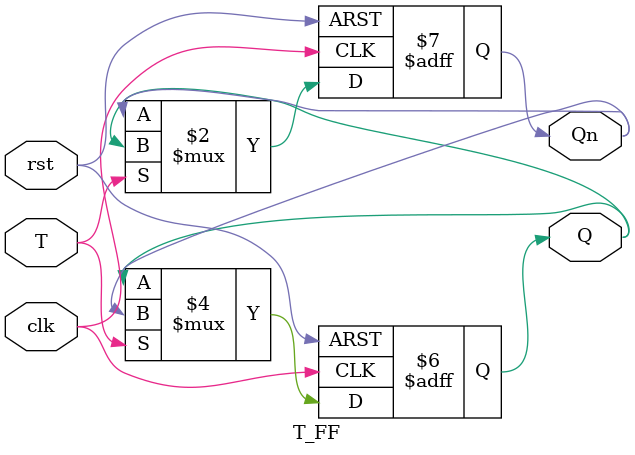
<source format=v>
module T_FF(
    input wire T,    // Toggle input
    input wire clk,  // Clock input
    input wire rst,  // Asynchronous reset
    output reg Q,    // Output
    output reg Qn    // Inverted Output
);

always @(posedge clk or posedge rst) begin
    if (rst) begin
        Q  <= 1'b0;
        Qn <= 1'b1;
    end else if (T) begin
        Q  <= Qn;
        Qn <= Q;
    end
end

endmodule
</source>
